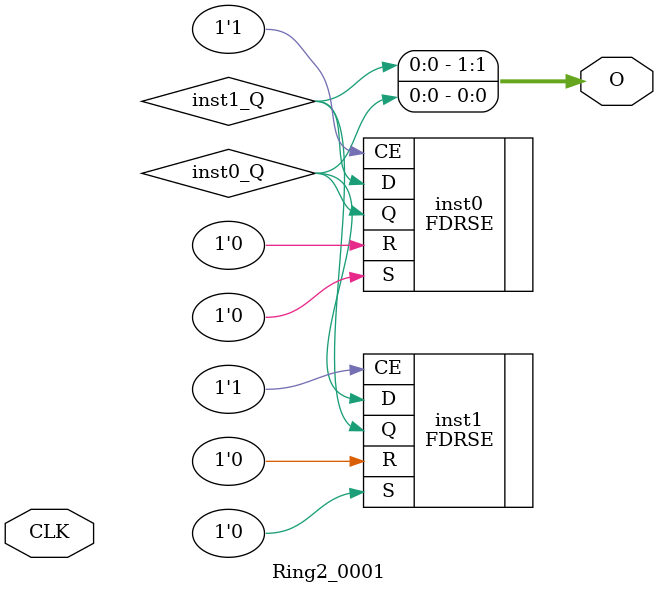
<source format=v>
module Ring2_0001 (output [1:0] O, input  CLK);
wire  inst0_Q;
wire  inst1_Q;
FDRSE #(.INIT(1'h1)) inst0 (.CE(1'b1), .R(1'b0), .S(1'b0), .D(inst1_Q), .Q(inst0_Q));
FDRSE #(.INIT(1'h0)) inst1 (.CE(1'b1), .R(1'b0), .S(1'b0), .D(inst0_Q), .Q(inst1_Q));
assign O = {inst1_Q,inst0_Q};
endmodule


</source>
